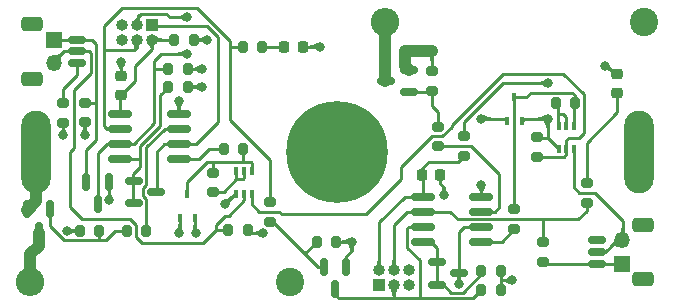
<source format=gbr>
%TF.GenerationSoftware,KiCad,Pcbnew,7.0.6-0*%
%TF.CreationDate,2024-05-28T13:41:10+12:00*%
%TF.ProjectId,BMSladderLeaf,424d536c-6164-4646-9572-4c6561662e6b,rev?*%
%TF.SameCoordinates,Original*%
%TF.FileFunction,Copper,L1,Top*%
%TF.FilePolarity,Positive*%
%FSLAX46Y46*%
G04 Gerber Fmt 4.6, Leading zero omitted, Abs format (unit mm)*
G04 Created by KiCad (PCBNEW 7.0.6-0) date 2024-05-28 13:41:10*
%MOMM*%
%LPD*%
G01*
G04 APERTURE LIST*
G04 Aperture macros list*
%AMRoundRect*
0 Rectangle with rounded corners*
0 $1 Rounding radius*
0 $2 $3 $4 $5 $6 $7 $8 $9 X,Y pos of 4 corners*
0 Add a 4 corners polygon primitive as box body*
4,1,4,$2,$3,$4,$5,$6,$7,$8,$9,$2,$3,0*
0 Add four circle primitives for the rounded corners*
1,1,$1+$1,$2,$3*
1,1,$1+$1,$4,$5*
1,1,$1+$1,$6,$7*
1,1,$1+$1,$8,$9*
0 Add four rect primitives between the rounded corners*
20,1,$1+$1,$2,$3,$4,$5,0*
20,1,$1+$1,$4,$5,$6,$7,0*
20,1,$1+$1,$6,$7,$8,$9,0*
20,1,$1+$1,$8,$9,$2,$3,0*%
G04 Aperture macros list end*
%TA.AperFunction,SMDPad,CuDef*%
%ADD10RoundRect,0.225000X0.250000X-0.225000X0.250000X0.225000X-0.250000X0.225000X-0.250000X-0.225000X0*%
%TD*%
%TA.AperFunction,SMDPad,CuDef*%
%ADD11R,0.450000X0.700000*%
%TD*%
%TA.AperFunction,ComponentPad*%
%ADD12O,2.500000X7.000000*%
%TD*%
%TA.AperFunction,SMDPad,CuDef*%
%ADD13R,0.400000X0.650000*%
%TD*%
%TA.AperFunction,SMDPad,CuDef*%
%ADD14RoundRect,0.150000X-0.150000X0.587500X-0.150000X-0.587500X0.150000X-0.587500X0.150000X0.587500X0*%
%TD*%
%TA.AperFunction,SMDPad,CuDef*%
%ADD15RoundRect,0.200000X-0.200000X-0.275000X0.200000X-0.275000X0.200000X0.275000X-0.200000X0.275000X0*%
%TD*%
%TA.AperFunction,SMDPad,CuDef*%
%ADD16RoundRect,0.200000X0.200000X0.275000X-0.200000X0.275000X-0.200000X-0.275000X0.200000X-0.275000X0*%
%TD*%
%TA.AperFunction,SMDPad,CuDef*%
%ADD17RoundRect,0.200000X-0.275000X0.200000X-0.275000X-0.200000X0.275000X-0.200000X0.275000X0.200000X0*%
%TD*%
%TA.AperFunction,SMDPad,CuDef*%
%ADD18RoundRect,0.150000X-0.825000X-0.150000X0.825000X-0.150000X0.825000X0.150000X-0.825000X0.150000X0*%
%TD*%
%TA.AperFunction,ComponentPad*%
%ADD19R,1.000000X1.000000*%
%TD*%
%TA.AperFunction,ComponentPad*%
%ADD20O,1.000000X1.000000*%
%TD*%
%TA.AperFunction,SMDPad,CuDef*%
%ADD21RoundRect,0.218750X-0.218750X-0.256250X0.218750X-0.256250X0.218750X0.256250X-0.218750X0.256250X0*%
%TD*%
%TA.AperFunction,ComponentPad*%
%ADD22C,2.400000*%
%TD*%
%TA.AperFunction,ComponentPad*%
%ADD23O,2.400000X2.400000*%
%TD*%
%TA.AperFunction,SMDPad,CuDef*%
%ADD24RoundRect,0.150000X-0.625000X0.150000X-0.625000X-0.150000X0.625000X-0.150000X0.625000X0.150000X0*%
%TD*%
%TA.AperFunction,SMDPad,CuDef*%
%ADD25RoundRect,0.250000X-0.650000X0.350000X-0.650000X-0.350000X0.650000X-0.350000X0.650000X0.350000X0*%
%TD*%
%TA.AperFunction,SMDPad,CuDef*%
%ADD26RoundRect,0.200000X0.275000X-0.200000X0.275000X0.200000X-0.275000X0.200000X-0.275000X-0.200000X0*%
%TD*%
%TA.AperFunction,SMDPad,CuDef*%
%ADD27RoundRect,0.150000X-0.587500X-0.150000X0.587500X-0.150000X0.587500X0.150000X-0.587500X0.150000X0*%
%TD*%
%TA.AperFunction,SMDPad,CuDef*%
%ADD28RoundRect,0.225000X-0.225000X-0.250000X0.225000X-0.250000X0.225000X0.250000X-0.225000X0.250000X0*%
%TD*%
%TA.AperFunction,SMDPad,CuDef*%
%ADD29RoundRect,0.150000X0.587500X0.150000X-0.587500X0.150000X-0.587500X-0.150000X0.587500X-0.150000X0*%
%TD*%
%TA.AperFunction,SMDPad,CuDef*%
%ADD30RoundRect,0.150000X0.625000X-0.150000X0.625000X0.150000X-0.625000X0.150000X-0.625000X-0.150000X0*%
%TD*%
%TA.AperFunction,SMDPad,CuDef*%
%ADD31RoundRect,0.250000X0.650000X-0.350000X0.650000X0.350000X-0.650000X0.350000X-0.650000X-0.350000X0*%
%TD*%
%TA.AperFunction,ComponentPad*%
%ADD32C,0.900000*%
%TD*%
%TA.AperFunction,ComponentPad*%
%ADD33C,8.600000*%
%TD*%
%TA.AperFunction,SMDPad,CuDef*%
%ADD34RoundRect,0.218750X0.256250X-0.218750X0.256250X0.218750X-0.256250X0.218750X-0.256250X-0.218750X0*%
%TD*%
%TA.AperFunction,ComponentPad*%
%ADD35R,1.350000X1.350000*%
%TD*%
%TA.AperFunction,ComponentPad*%
%ADD36O,1.350000X1.350000*%
%TD*%
%TA.AperFunction,ViaPad*%
%ADD37C,0.800000*%
%TD*%
%TA.AperFunction,Conductor*%
%ADD38C,0.250000*%
%TD*%
%TA.AperFunction,Conductor*%
%ADD39C,1.000000*%
%TD*%
G04 APERTURE END LIST*
D10*
%TO.P,C1,1*%
%TO.N,/VCC*%
X24200000Y-108175000D03*
%TO.P,C1,2*%
%TO.N,GND*%
X24200000Y-106625000D03*
%TD*%
D11*
%TO.P,D2,1,K*%
%TO.N,GND*%
X29150000Y-118600000D03*
%TO.P,D2,2,A*%
%TO.N,VEE*%
X30450000Y-118600000D03*
%TO.P,D2,3,K*%
%TO.N,Net-(Q1A-E1)*%
X29800000Y-116600000D03*
%TD*%
D12*
%TO.P,H2,1,1*%
%TO.N,GND*%
X17000000Y-113000000D03*
%TD*%
D13*
%TO.P,Q1,1,E1*%
%TO.N,Net-(Q1A-E1)*%
X35250000Y-114650000D03*
%TO.P,Q1,2,B1*%
%TO.N,Net-(Q1A-B1)*%
X34600000Y-114650000D03*
%TO.P,Q1,3,C2*%
X33950000Y-114650000D03*
%TO.P,Q1,4,E2*%
%TO.N,VEE*%
X33950000Y-116550000D03*
%TO.P,Q1,5,B2*%
%TO.N,Net-(J2-Pin_2)*%
X34600000Y-116550000D03*
%TO.P,Q1,6,C1*%
%TO.N,Net-(Q1A-C1)*%
X35250000Y-116550000D03*
%TD*%
D14*
%TO.P,Q2,1,G*%
%TO.N,Net-(Q2-G)*%
X18150000Y-117862500D03*
%TO.P,Q2,2,S*%
%TO.N,GND*%
X16250000Y-117862500D03*
%TO.P,Q2,3,D*%
%TO.N,Net-(Q2-D)*%
X17200000Y-119737500D03*
%TD*%
D15*
%TO.P,R1,1*%
%TO.N,Net-(J2-Pin_2)*%
X33275000Y-119600000D03*
%TO.P,R1,2*%
%TO.N,VEE*%
X34925000Y-119600000D03*
%TD*%
D16*
%TO.P,R2,1*%
%TO.N,VEE*%
X30325000Y-103500000D03*
%TO.P,R2,2*%
%TO.N,/VCC*%
X28675000Y-103500000D03*
%TD*%
D15*
%TO.P,R4,1*%
%TO.N,/2V5*%
X28175000Y-107500000D03*
%TO.P,R4,2*%
%TO.N,VEE*%
X29825000Y-107500000D03*
%TD*%
D17*
%TO.P,R8,1*%
%TO.N,Net-(Q1A-E1)*%
X32000000Y-114775000D03*
%TO.P,R8,2*%
%TO.N,Net-(Q1A-B1)*%
X32000000Y-116425000D03*
%TD*%
D16*
%TO.P,R9,1*%
%TO.N,Net-(Q1A-E1)*%
X34525000Y-112800000D03*
%TO.P,R9,2*%
%TO.N,/~{EN}*%
X32875000Y-112800000D03*
%TD*%
%TO.P,R10,1*%
%TO.N,/BAL*%
X26337500Y-119700000D03*
%TO.P,R10,2*%
%TO.N,Net-(Q2-G)*%
X24687500Y-119700000D03*
%TD*%
%TO.P,R11,1*%
%TO.N,Net-(Q2-G)*%
X22325000Y-119700000D03*
%TO.P,R11,2*%
%TO.N,GND*%
X20675000Y-119700000D03*
%TD*%
D18*
%TO.P,U2,1,VCC*%
%TO.N,/VCC*%
X24125000Y-109795000D03*
%TO.P,U2,2,PA6*%
%TO.N,/TX*%
X24125000Y-111065000D03*
%TO.P,U2,3,PA7*%
%TO.N,/RX*%
X24125000Y-112335000D03*
%TO.P,U2,4,PA1*%
%TO.N,/2V5*%
X24125000Y-113605000D03*
%TO.P,U2,5,PA2*%
%TO.N,/~{EN}*%
X29075000Y-113605000D03*
%TO.P,U2,6,~{RESET}/PA0*%
%TO.N,/FAULT_UPDI*%
X29075000Y-112335000D03*
%TO.P,U2,7,PA3*%
%TO.N,/BAL*%
X29075000Y-111065000D03*
%TO.P,U2,8,GND*%
%TO.N,GND*%
X29075000Y-109795000D03*
%TD*%
D19*
%TO.P,J5,1,Pin_1*%
%TO.N,/FAULT_UPDI*%
X26770000Y-102230000D03*
D20*
%TO.P,J5,2,Pin_2*%
%TO.N,/VCC*%
X26770000Y-103500000D03*
%TO.P,J5,3,Pin_3*%
%TO.N,/RX*%
X25500000Y-102230000D03*
%TO.P,J5,4,Pin_4*%
%TO.N,/TX*%
X25500000Y-103500000D03*
%TO.P,J5,5,Pin_5*%
%TO.N,unconnected-(J5-Pin_5-Pad5)*%
X24230000Y-102230000D03*
%TO.P,J5,6,Pin_6*%
%TO.N,GND*%
X24230000Y-103500000D03*
%TD*%
D12*
%TO.P,H1,1,1*%
%TO.N,+BATT*%
X68000000Y-113000000D03*
%TD*%
D14*
%TO.P,Q3,1,B*%
%TO.N,GND*%
X23150000Y-115562500D03*
%TO.P,Q3,2,E*%
%TO.N,Net-(J2-Pin_1)*%
X21250000Y-115562500D03*
%TO.P,Q3,3,C*%
%TO.N,/RX*%
X22200000Y-117437500D03*
%TD*%
D17*
%TO.P,R12,1*%
%TO.N,Net-(J2-Pin_1)*%
X21100000Y-108862500D03*
%TO.P,R12,2*%
%TO.N,GND*%
X21100000Y-110512500D03*
%TD*%
%TO.P,R6,1*%
%TO.N,/TX*%
X36800000Y-117275000D03*
%TO.P,R6,2*%
%TO.N,Net-(Q6-E)*%
X36800000Y-118925000D03*
%TD*%
D21*
%TO.P,D1,1,K*%
%TO.N,Net-(D1-K)*%
X38012500Y-104100000D03*
%TO.P,D1,2,A*%
%TO.N,VEE*%
X39587500Y-104100000D03*
%TD*%
D16*
%TO.P,R3,1*%
%TO.N,VEE*%
X29825000Y-106000000D03*
%TO.P,R3,2*%
%TO.N,/RX*%
X28175000Y-106000000D03*
%TD*%
D22*
%TO.P,R7,1*%
%TO.N,VEE*%
X38500000Y-124000000D03*
D23*
%TO.P,R7,2*%
%TO.N,Net-(Q2-D)*%
X16500000Y-124000000D03*
%TD*%
D24*
%TO.P,J2,1,Pin_1*%
%TO.N,Net-(J2-Pin_1)*%
X20500000Y-103500000D03*
%TO.P,J2,2,Pin_2*%
%TO.N,Net-(J2-Pin_2)*%
X20500000Y-104500000D03*
%TO.P,J2,3,Pin_3*%
%TO.N,Net-(J2-Pin_3)*%
X20500000Y-105500000D03*
D25*
%TO.P,J2,MP*%
%TO.N,N/C*%
X16625000Y-102200000D03*
X16625000Y-106800000D03*
%TD*%
D26*
%TO.P,R13,1*%
%TO.N,GND*%
X19300000Y-110525000D03*
%TO.P,R13,2*%
%TO.N,Net-(J2-Pin_3)*%
X19300000Y-108875000D03*
%TD*%
D27*
%TO.P,U1,1,K*%
%TO.N,/2V5*%
X25262500Y-115450000D03*
%TO.P,U1,2,REF*%
X25262500Y-117350000D03*
%TO.P,U1,3,A*%
%TO.N,/FAULT_UPDI*%
X27137500Y-116400000D03*
%TD*%
D15*
%TO.P,R5,1*%
%TO.N,/TX*%
X34475000Y-104100000D03*
%TO.P,R5,2*%
%TO.N,Net-(D1-K)*%
X36125000Y-104100000D03*
%TD*%
D28*
%TO.P,C2,1*%
%TO.N,/VCCB*%
X49650000Y-115000000D03*
%TO.P,C2,2*%
%TO.N,VEE*%
X51200000Y-115000000D03*
%TD*%
D18*
%TO.P,U4,1,VCC*%
%TO.N,/VCCB*%
X49725000Y-116795000D03*
%TO.P,U4,2,PA6*%
%TO.N,/TX2*%
X49725000Y-118065000D03*
%TO.P,U4,3,PA7*%
%TO.N,/RX2*%
X49725000Y-119335000D03*
%TO.P,U4,4,PA1*%
%TO.N,/2V5B*%
X49725000Y-120605000D03*
%TO.P,U4,5,PA2*%
%TO.N,/~{EN2}*%
X54675000Y-120605000D03*
%TO.P,U4,6,~{RESET}/PA0*%
%TO.N,/FAULT_UPDI2*%
X54675000Y-119335000D03*
%TO.P,U4,7,PA3*%
%TO.N,/BAL2*%
X54675000Y-118065000D03*
%TO.P,U4,8,GND*%
%TO.N,VEE*%
X54675000Y-116795000D03*
%TD*%
D15*
%TO.P,R16,1*%
%TO.N,/2V5B*%
X54675000Y-123100000D03*
%TO.P,R16,2*%
%TO.N,+BATT*%
X56325000Y-123100000D03*
%TD*%
D22*
%TO.P,R20,1*%
%TO.N,+BATT*%
X68500000Y-102000000D03*
D23*
%TO.P,R20,2*%
%TO.N,Net-(Q5-D)*%
X46500000Y-102000000D03*
%TD*%
D14*
%TO.P,Q6,1,B*%
%TO.N,VEE*%
X43250000Y-122762500D03*
%TO.P,Q6,2,E*%
%TO.N,Net-(Q6-E)*%
X41350000Y-122762500D03*
%TO.P,Q6,3,C*%
%TO.N,/RX2*%
X42300000Y-124637500D03*
%TD*%
D11*
%TO.P,D4,1,K*%
%TO.N,VEE*%
X56850000Y-110400000D03*
%TO.P,D4,2,A*%
%TO.N,+BATT*%
X58150000Y-110400000D03*
%TO.P,D4,3,K*%
%TO.N,Net-(Q4A-E1)*%
X57500000Y-108400000D03*
%TD*%
D13*
%TO.P,Q4,1,E1*%
%TO.N,Net-(Q4A-E1)*%
X62550000Y-110850000D03*
%TO.P,Q4,2,B1*%
%TO.N,Net-(Q4A-B1)*%
X61900000Y-110850000D03*
%TO.P,Q4,3,C2*%
X61250000Y-110850000D03*
%TO.P,Q4,4,E2*%
%TO.N,+BATT*%
X61250000Y-112750000D03*
%TO.P,Q4,5,B2*%
%TO.N,Net-(Q1A-C1)*%
X61900000Y-112750000D03*
%TO.P,Q4,6,C1*%
%TO.N,Net-(J6-Pin_2)*%
X62550000Y-112750000D03*
%TD*%
D26*
%TO.P,R24,1*%
%TO.N,Net-(Q5-G)*%
X50500000Y-107825000D03*
%TO.P,R24,2*%
%TO.N,VEE*%
X50500000Y-106175000D03*
%TD*%
%TO.P,R17,1*%
%TO.N,Net-(Q1A-C1)*%
X59400000Y-113425000D03*
%TO.P,R17,2*%
%TO.N,+BATT*%
X59400000Y-111775000D03*
%TD*%
D16*
%TO.P,R15,1*%
%TO.N,+BATT*%
X56325000Y-124700000D03*
%TO.P,R15,2*%
%TO.N,/RX2*%
X54675000Y-124700000D03*
%TD*%
D29*
%TO.P,Q5,1,G*%
%TO.N,Net-(Q5-G)*%
X48537500Y-107950000D03*
%TO.P,Q5,2,S*%
%TO.N,VEE*%
X48537500Y-106050000D03*
%TO.P,Q5,3,D*%
%TO.N,Net-(Q5-D)*%
X46662500Y-107000000D03*
%TD*%
D17*
%TO.P,R14,1*%
%TO.N,+BATT*%
X53200000Y-111675000D03*
%TO.P,R14,2*%
%TO.N,/VCCB*%
X53200000Y-113325000D03*
%TD*%
D30*
%TO.P,J8,1,Pin_1*%
%TO.N,Net-(J6-Pin_1)*%
X64500000Y-122500000D03*
%TO.P,J8,2,Pin_2*%
%TO.N,Net-(J6-Pin_2)*%
X64500000Y-121500000D03*
%TO.P,J8,3,Pin_3*%
%TO.N,unconnected-(J8-Pin_3-Pad3)*%
X64500000Y-120500000D03*
D31*
%TO.P,J8,MP*%
%TO.N,N/C*%
X68375000Y-123800000D03*
X68375000Y-119200000D03*
%TD*%
D19*
%TO.P,J7,1,Pin_1*%
%TO.N,/FAULT_UPDI2*%
X46025000Y-124325000D03*
D20*
%TO.P,J7,2,Pin_2*%
%TO.N,/VCCB*%
X46025000Y-123055000D03*
%TO.P,J7,3,Pin_3*%
%TO.N,/RX2*%
X47295000Y-124325000D03*
%TO.P,J7,4,Pin_4*%
%TO.N,/TX2*%
X47295000Y-123055000D03*
%TO.P,J7,5,Pin_5*%
%TO.N,unconnected-(J7-Pin_5-Pad5)*%
X48565000Y-124325000D03*
%TO.P,J7,6,Pin_6*%
%TO.N,VEE*%
X48565000Y-123055000D03*
%TD*%
D32*
%TO.P,H4,1,1*%
%TO.N,VEE*%
X39275000Y-113000000D03*
X40219581Y-110719581D03*
X40219581Y-115280419D03*
X42500000Y-109775000D03*
D33*
X42500000Y-113000000D03*
D32*
X42500000Y-116225000D03*
X44780419Y-110719581D03*
X44780419Y-115280419D03*
X45725000Y-113000000D03*
%TD*%
D34*
%TO.P,D3,1,K*%
%TO.N,Net-(D3-K)*%
X66200000Y-107987500D03*
%TO.P,D3,2,A*%
%TO.N,+BATT*%
X66200000Y-106412500D03*
%TD*%
D17*
%TO.P,R22,1*%
%TO.N,Net-(Q4A-E1)*%
X57500000Y-117875000D03*
%TO.P,R22,2*%
%TO.N,/~{EN2}*%
X57500000Y-119525000D03*
%TD*%
D16*
%TO.P,R21,1*%
%TO.N,Net-(Q4A-E1)*%
X62625000Y-108900000D03*
%TO.P,R21,2*%
%TO.N,Net-(Q4A-B1)*%
X60975000Y-108900000D03*
%TD*%
D15*
%TO.P,R25,1*%
%TO.N,Net-(Q6-E)*%
X40775000Y-120600000D03*
%TO.P,R25,2*%
%TO.N,VEE*%
X42425000Y-120600000D03*
%TD*%
D26*
%TO.P,R18,1*%
%TO.N,/TX2*%
X63600000Y-117300000D03*
%TO.P,R18,2*%
%TO.N,Net-(D3-K)*%
X63600000Y-115650000D03*
%TD*%
D27*
%TO.P,U3,1,K*%
%TO.N,/2V5B*%
X50962500Y-122350000D03*
%TO.P,U3,2,REF*%
X50962500Y-124250000D03*
%TO.P,U3,3,A*%
%TO.N,/FAULT_UPDI2*%
X52837500Y-123300000D03*
%TD*%
D17*
%TO.P,R19,1*%
%TO.N,/TX2*%
X59900000Y-120675000D03*
%TO.P,R19,2*%
%TO.N,Net-(J6-Pin_1)*%
X59900000Y-122325000D03*
%TD*%
D26*
%TO.P,R23,1*%
%TO.N,/BAL2*%
X51000000Y-112525000D03*
%TO.P,R23,2*%
%TO.N,Net-(Q5-G)*%
X51000000Y-110875000D03*
%TD*%
D35*
%TO.P,J4,1,Pin_1*%
%TO.N,Net-(J2-Pin_1)*%
X18500000Y-103500000D03*
D36*
%TO.P,J4,2,Pin_2*%
%TO.N,Net-(J2-Pin_2)*%
X18500000Y-105500000D03*
%TD*%
D35*
%TO.P,J6,1,Pin_1*%
%TO.N,Net-(J6-Pin_1)*%
X66600000Y-122500000D03*
D36*
%TO.P,J6,2,Pin_2*%
%TO.N,Net-(J6-Pin_2)*%
X66600000Y-120500000D03*
%TD*%
D37*
%TO.N,GND*%
X19600000Y-119700000D03*
X29100000Y-108700000D03*
X21100000Y-111600000D03*
X29100000Y-119900000D03*
X24200000Y-105400000D03*
X23200004Y-117100000D03*
X19300000Y-111599996D03*
%TO.N,VEE*%
X50500000Y-104500000D03*
X48200014Y-104500000D03*
X41000000Y-104100000D03*
X43700000Y-120600000D03*
X33000000Y-117400000D03*
X54700000Y-110200002D03*
X51500000Y-116700000D03*
X49299996Y-104500000D03*
X36200010Y-119900000D03*
X30500000Y-119900000D03*
X31500000Y-103500000D03*
X31000000Y-106000000D03*
X31000000Y-107500000D03*
X54700000Y-115800000D03*
%TO.N,/RX*%
X29800000Y-101600000D03*
X29800000Y-104700000D03*
%TO.N,/FAULT_UPDI2*%
X52800000Y-124200000D03*
%TO.N,+BATT*%
X57300004Y-123900000D03*
X60300006Y-107200000D03*
X65200000Y-105700000D03*
X60300000Y-110200002D03*
%TD*%
D38*
%TO.N,GND*%
X23200000Y-115612500D02*
X23200000Y-117099996D01*
D39*
X16300000Y-117900000D02*
X17000000Y-117200000D01*
D38*
X29075000Y-109795000D02*
X29075000Y-108725000D01*
X20712500Y-119700000D02*
X19600000Y-119700000D01*
D39*
X16250000Y-117900000D02*
X16300000Y-117900000D01*
D38*
X29150000Y-118600000D02*
X29150000Y-119850000D01*
X29075000Y-108725000D02*
X29100000Y-108700000D01*
X24200000Y-106612500D02*
X24200000Y-105400000D01*
X21100000Y-110475000D02*
X21100000Y-111600000D01*
X19300000Y-110487500D02*
X19300000Y-111599996D01*
X29150000Y-119850000D02*
X29100000Y-119900000D01*
D39*
X17000000Y-117200000D02*
X17000000Y-113000000D01*
D38*
X23200000Y-117099996D02*
X23200004Y-117100000D01*
X23150000Y-115562500D02*
X23200000Y-115612500D01*
%TO.N,/VCC*%
X24125000Y-109795000D02*
X24125000Y-108262500D01*
X25400000Y-105700000D02*
X26770000Y-104330000D01*
X26770000Y-104330000D02*
X26770000Y-103500000D01*
X28712500Y-103500000D02*
X26770000Y-103500000D01*
X24125000Y-108262500D02*
X25400000Y-106987500D01*
X25400000Y-106987500D02*
X25400000Y-105700000D01*
%TO.N,/VCCB*%
X50250000Y-113850000D02*
X49700000Y-114400000D01*
X46030000Y-123050000D02*
X46030000Y-118970000D01*
X53200000Y-113325000D02*
X52675000Y-113850000D01*
X46025000Y-123055000D02*
X46030000Y-123050000D01*
X49725000Y-115075000D02*
X49650000Y-115000000D01*
X46030000Y-118970000D02*
X48205000Y-116795000D01*
X49700000Y-114950000D02*
X49650000Y-115000000D01*
X52675000Y-113850000D02*
X50250000Y-113850000D01*
X48205000Y-116795000D02*
X49725000Y-116795000D01*
X49725000Y-116795000D02*
X49725000Y-115075000D01*
X49700000Y-114400000D02*
X49700000Y-114950000D01*
%TO.N,VEE*%
X30287500Y-103500000D02*
X31500000Y-103500000D01*
D39*
X48200014Y-105712514D02*
X48200014Y-104500000D01*
D38*
X54700000Y-115800000D02*
X54700000Y-116770000D01*
X54700000Y-116770000D02*
X54690000Y-116780000D01*
X51200000Y-115700000D02*
X51500000Y-116000000D01*
X33950000Y-116550000D02*
X33850000Y-116550000D01*
X56650002Y-110200002D02*
X54700000Y-110200002D01*
X51200000Y-115000000D02*
X51200000Y-115700000D01*
X30450000Y-119850000D02*
X30500000Y-119900000D01*
X34887500Y-119600000D02*
X35187500Y-119900000D01*
X35187500Y-119900000D02*
X36200010Y-119900000D01*
X56850000Y-110400000D02*
X56650002Y-110200002D01*
X43250000Y-122762500D02*
X43250000Y-121850000D01*
D39*
X50500000Y-104500000D02*
X49299996Y-104500000D01*
D38*
X33850000Y-116550000D02*
X33000000Y-117400000D01*
X29787500Y-106000000D02*
X31000000Y-106000000D01*
D39*
X48200014Y-104500000D02*
X49299996Y-104500000D01*
D38*
X50500000Y-106175000D02*
X50500000Y-104500000D01*
X30450000Y-118600000D02*
X30450000Y-119850000D01*
X54690000Y-116780000D02*
X54675000Y-116780000D01*
X43250000Y-121850000D02*
X43700000Y-121400000D01*
X42425000Y-120600000D02*
X43700000Y-120600000D01*
X43700000Y-121400000D02*
X43700000Y-120600000D01*
D39*
X48537500Y-106050000D02*
X48200014Y-105712514D01*
D38*
X51500000Y-116000000D02*
X51500000Y-116700000D01*
X31000000Y-107500000D02*
X29787500Y-107500000D01*
X39587500Y-104100000D02*
X41000000Y-104100000D01*
%TO.N,Net-(D1-K)*%
X36125000Y-104100000D02*
X38012500Y-104100000D01*
%TO.N,/RX*%
X25900000Y-101300000D02*
X28000000Y-101300000D01*
X25265000Y-112335000D02*
X27000000Y-110600000D01*
X28300000Y-101600000D02*
X29800000Y-101600000D01*
X27000000Y-106000000D02*
X28212500Y-106000000D01*
X27000000Y-105300000D02*
X27000000Y-106000000D01*
X27600000Y-104700000D02*
X27000000Y-105300000D01*
X25500000Y-102230000D02*
X25500000Y-101700000D01*
X22200000Y-113100000D02*
X22965000Y-112335000D01*
X28000000Y-101300000D02*
X28300000Y-101600000D01*
X29800000Y-104700000D02*
X27600000Y-104700000D01*
X25500000Y-101700000D02*
X25900000Y-101300000D01*
X22965000Y-112335000D02*
X24125000Y-112335000D01*
X22200000Y-117437500D02*
X22200000Y-113100000D01*
X27000000Y-110600000D02*
X27000000Y-106000000D01*
X24125000Y-112335000D02*
X25265000Y-112335000D01*
%TO.N,/TX*%
X24125000Y-111065000D02*
X22965000Y-111065000D01*
X36800000Y-113700000D02*
X36800000Y-117275000D01*
X22750000Y-110850000D02*
X22750000Y-102350000D01*
X22750000Y-102350000D02*
X24250000Y-100850000D01*
X24250000Y-100850000D02*
X30650000Y-100850000D01*
X33400000Y-103600000D02*
X33400000Y-110300000D01*
X22965000Y-111065000D02*
X22750000Y-110850000D01*
X25500000Y-104200000D02*
X25300000Y-104400000D01*
X33400000Y-110300000D02*
X36800000Y-113700000D01*
X30650000Y-100850000D02*
X33400000Y-103600000D01*
X25300000Y-104400000D02*
X22750000Y-104400000D01*
X34475000Y-104100000D02*
X33400000Y-104100000D01*
X25500000Y-103500000D02*
X25500000Y-104200000D01*
%TO.N,Net-(Q1A-E1)*%
X34525000Y-112800000D02*
X34500000Y-112825000D01*
X34500000Y-113900000D02*
X35200000Y-113900000D01*
X34500000Y-112825000D02*
X34500000Y-113900000D01*
X29800000Y-115600000D02*
X31500000Y-113900000D01*
X35250000Y-113950000D02*
X35250000Y-114650000D01*
X32000000Y-113900000D02*
X34500000Y-113900000D01*
X32000000Y-114812500D02*
X32000000Y-113900000D01*
X31500000Y-113900000D02*
X32000000Y-113900000D01*
X29800000Y-116600000D02*
X29800000Y-115600000D01*
X35200000Y-113900000D02*
X35250000Y-113950000D01*
%TO.N,Net-(D3-K)*%
X66200000Y-109636396D02*
X63600000Y-112236396D01*
X66200000Y-107987500D02*
X66200000Y-109636396D01*
X63600000Y-112236396D02*
X63600000Y-115650000D01*
%TO.N,/2V5*%
X25800000Y-113605000D02*
X24125000Y-113605000D01*
X25800000Y-114300000D02*
X25800000Y-113605000D01*
X25800000Y-112500000D02*
X25800000Y-113605000D01*
X25200000Y-114900000D02*
X25800000Y-114300000D01*
X27500000Y-108212500D02*
X27500000Y-110800000D01*
X28212500Y-107500000D02*
X27500000Y-108212500D01*
X27500000Y-110800000D02*
X25800000Y-112500000D01*
X25200000Y-117350000D02*
X25200000Y-114900000D01*
%TO.N,/BAL*%
X26337500Y-117009251D02*
X26337500Y-119662500D01*
X26075000Y-116053249D02*
X26075000Y-116746751D01*
X26075000Y-116746751D02*
X26337500Y-117009251D01*
X29075000Y-111065000D02*
X27871396Y-111065000D01*
X26337500Y-119662500D02*
X26300000Y-119700000D01*
X26337500Y-115790749D02*
X26075000Y-116053249D01*
X27871396Y-111065000D02*
X26337500Y-112598896D01*
X26337500Y-112598896D02*
X26337500Y-115790749D01*
%TO.N,/~{EN}*%
X32875000Y-112800000D02*
X31600000Y-112800000D01*
X31600000Y-112800000D02*
X30795000Y-113605000D01*
X30795000Y-113605000D02*
X29075000Y-113605000D01*
%TO.N,/FAULT_UPDI*%
X32400000Y-110500000D02*
X30565000Y-112335000D01*
X26770000Y-102230000D02*
X26865000Y-102325000D01*
X27200000Y-113000000D02*
X27200000Y-116400000D01*
X31425000Y-102325000D02*
X32400000Y-103300000D01*
X29075000Y-112335000D02*
X27865000Y-112335000D01*
X26865000Y-102325000D02*
X31425000Y-102325000D01*
X27865000Y-112335000D02*
X27200000Y-113000000D01*
X32400000Y-103300000D02*
X32400000Y-110500000D01*
X30565000Y-112335000D02*
X29075000Y-112335000D01*
%TO.N,Net-(Q4A-E1)*%
X58500000Y-108400000D02*
X58900000Y-108000000D01*
X58900000Y-108000000D02*
X62400000Y-108000000D01*
X57500000Y-117875000D02*
X57500000Y-108400000D01*
X62550000Y-109150000D02*
X62625000Y-109075000D01*
X57500000Y-108400000D02*
X58500000Y-108400000D01*
X62625000Y-109075000D02*
X62625000Y-108900000D01*
X62550000Y-110850000D02*
X62550000Y-109150000D01*
X62400000Y-108000000D02*
X62625000Y-108225000D01*
X62625000Y-108225000D02*
X62625000Y-108900000D01*
%TO.N,Net-(J2-Pin_3)*%
X20500000Y-106500000D02*
X19300000Y-107700000D01*
X19300000Y-107700000D02*
X19300000Y-108912500D01*
X20500000Y-105500000D02*
X20500000Y-106500000D01*
%TO.N,Net-(J2-Pin_2)*%
X33000000Y-118400000D02*
X32200000Y-119200000D01*
X26000000Y-120700000D02*
X31100000Y-120700000D01*
X32200000Y-119600000D02*
X33312500Y-119600000D01*
X21500000Y-104500000D02*
X21650000Y-104650000D01*
X20200000Y-107800000D02*
X20200000Y-112700000D01*
X20500000Y-104500000D02*
X21500000Y-104500000D01*
X20500000Y-104500000D02*
X19350000Y-104500000D01*
X24968979Y-118700000D02*
X25487500Y-119218521D01*
X19900000Y-117700000D02*
X20900000Y-118700000D01*
X25487500Y-120187500D02*
X26000000Y-120700000D01*
X20200000Y-112700000D02*
X19900000Y-113000000D01*
X19350000Y-104500000D02*
X18350000Y-105500000D01*
X31100000Y-120700000D02*
X32200000Y-119600000D01*
X20900000Y-118700000D02*
X24968979Y-118700000D01*
X32200000Y-119200000D02*
X32200000Y-119600000D01*
X34600000Y-117100000D02*
X33300000Y-118400000D01*
X34600000Y-116550000D02*
X34600000Y-117100000D01*
X21650000Y-104650000D02*
X21650000Y-106350000D01*
X19900000Y-113000000D02*
X19900000Y-117700000D01*
X21650000Y-106350000D02*
X20200000Y-107800000D01*
X25487500Y-119218521D02*
X25487500Y-120187500D01*
X33300000Y-118400000D02*
X33000000Y-118400000D01*
%TO.N,Net-(J2-Pin_1)*%
X20500000Y-103500000D02*
X18350000Y-103500000D01*
X22100000Y-112000000D02*
X22100000Y-108900000D01*
X21700000Y-103500000D02*
X20500000Y-103500000D01*
X22100000Y-103900000D02*
X21700000Y-103500000D01*
X21250000Y-115562500D02*
X21250000Y-112850000D01*
X22100000Y-108900000D02*
X21100000Y-108900000D01*
X22100000Y-108900000D02*
X22100000Y-103900000D01*
X21250000Y-112850000D02*
X22100000Y-112000000D01*
%TO.N,/FAULT_UPDI2*%
X52800000Y-124200000D02*
X52800000Y-123337500D01*
X53265000Y-119335000D02*
X52837500Y-119762500D01*
X52800000Y-123337500D02*
X52837500Y-123300000D01*
X54675000Y-119335000D02*
X53265000Y-119335000D01*
X52837500Y-119762500D02*
X52837500Y-123300000D01*
%TO.N,/RX2*%
X49500000Y-125400000D02*
X48000000Y-125400000D01*
X54675000Y-124725000D02*
X54000000Y-125400000D01*
X47295000Y-125337894D02*
X47295000Y-124325000D01*
X48425000Y-121125000D02*
X49500000Y-122200000D01*
X42300000Y-125100000D02*
X42300000Y-124637500D01*
X49500000Y-122200000D02*
X49500000Y-125400000D01*
X48425000Y-119475000D02*
X48425000Y-121125000D01*
X48000000Y-125400000D02*
X47357106Y-125400000D01*
X47357106Y-125400000D02*
X47295000Y-125337894D01*
X47357106Y-125400000D02*
X42600000Y-125400000D01*
X54675000Y-124700000D02*
X54675000Y-124725000D01*
X49725000Y-119335000D02*
X48565000Y-119335000D01*
X54000000Y-125400000D02*
X49500000Y-125400000D01*
X42600000Y-125400000D02*
X42300000Y-125100000D01*
X48565000Y-119335000D02*
X48425000Y-119475000D01*
%TO.N,/TX2*%
X59900000Y-120675000D02*
X59900000Y-118700000D01*
X47295000Y-123125000D02*
X47295000Y-119205000D01*
X62900000Y-118700000D02*
X63600000Y-118000000D01*
X63600000Y-118000000D02*
X63600000Y-117300000D01*
X48435000Y-118065000D02*
X49725000Y-118065000D01*
X47295000Y-119205000D02*
X48435000Y-118065000D01*
X52700000Y-118700000D02*
X59900000Y-118700000D01*
X59900000Y-118700000D02*
X62900000Y-118700000D01*
X52065000Y-118065000D02*
X52700000Y-118700000D01*
X49725000Y-118065000D02*
X52065000Y-118065000D01*
%TO.N,Net-(J6-Pin_1)*%
X60075000Y-122500000D02*
X59900000Y-122325000D01*
X64500000Y-122500000D02*
X60075000Y-122500000D01*
X66200000Y-122500000D02*
X64500000Y-122500000D01*
%TO.N,Net-(J6-Pin_2)*%
X62500000Y-112800000D02*
X62500000Y-116000000D01*
X62550000Y-112750000D02*
X62500000Y-112800000D01*
X62500000Y-116000000D02*
X63000000Y-116500000D01*
X66650000Y-118850000D02*
X66650000Y-120050000D01*
X65200000Y-121500000D02*
X64500000Y-121500000D01*
X64300000Y-116500000D02*
X66650000Y-118850000D01*
X66650000Y-120050000D02*
X65200000Y-121500000D01*
X63000000Y-116500000D02*
X64300000Y-116500000D01*
%TO.N,Net-(Q1A-C1)*%
X44900000Y-118300000D02*
X37779962Y-118300000D01*
X37579962Y-118100000D02*
X35900000Y-118100000D01*
X61600000Y-106400000D02*
X56500000Y-106400000D01*
X35900000Y-118100000D02*
X35250000Y-117450000D01*
X61900000Y-112000000D02*
X62100000Y-111800000D01*
X37779962Y-118300000D02*
X37579962Y-118100000D01*
X61675000Y-113425000D02*
X59400000Y-113425000D01*
X47900000Y-115300000D02*
X44900000Y-118300000D01*
X62100000Y-111800000D02*
X63000000Y-111800000D01*
X63000000Y-111800000D02*
X63350000Y-111450000D01*
X63350000Y-111450000D02*
X63350000Y-108150000D01*
X35250000Y-117450000D02*
X35250000Y-116550000D01*
X50500000Y-111700000D02*
X47900000Y-114300000D01*
X61900000Y-112750000D02*
X61900000Y-112000000D01*
X61900000Y-113200000D02*
X61675000Y-113425000D01*
X56500000Y-106400000D02*
X52200000Y-110700000D01*
X52200000Y-110700000D02*
X52200000Y-110900000D01*
X51400000Y-111700000D02*
X50500000Y-111700000D01*
X47900000Y-114300000D02*
X47900000Y-115300000D01*
X63350000Y-108150000D02*
X61600000Y-106400000D01*
X52200000Y-110900000D02*
X51400000Y-111700000D01*
X61900000Y-112750000D02*
X61900000Y-113200000D01*
%TO.N,Net-(Q1A-B1)*%
X34600000Y-114650000D02*
X34600000Y-115200000D01*
X34500000Y-115300000D02*
X34000000Y-115300000D01*
X32912500Y-116387500D02*
X32000000Y-116387500D01*
X34600000Y-115200000D02*
X34500000Y-115300000D01*
X33950000Y-114650000D02*
X33950000Y-115350000D01*
X33950000Y-115350000D02*
X32912500Y-116387500D01*
X34000000Y-115300000D02*
X33950000Y-115350000D01*
D39*
%TO.N,Net-(Q2-D)*%
X16500000Y-124000000D02*
X16500000Y-121700000D01*
X17200000Y-119900000D02*
X17200000Y-121000000D01*
X17200000Y-121000000D02*
X16500000Y-121700000D01*
D38*
%TO.N,Net-(Q2-G)*%
X19374695Y-120500000D02*
X22900000Y-120500000D01*
X22900000Y-120500000D02*
X23700000Y-119700000D01*
X23700000Y-119700000D02*
X24725000Y-119700000D01*
X18150000Y-119275305D02*
X19374695Y-120500000D01*
X22300000Y-120500000D02*
X22300000Y-119712500D01*
X18150000Y-117900000D02*
X18150000Y-119275305D01*
%TO.N,Net-(Q4A-B1)*%
X61200000Y-109800000D02*
X61200000Y-109125000D01*
X61200000Y-109800000D02*
X61200000Y-110800000D01*
X61900000Y-110100000D02*
X61600000Y-109800000D01*
X61900000Y-110850000D02*
X61900000Y-110100000D01*
X61600000Y-109800000D02*
X61200000Y-109800000D01*
X61200000Y-109125000D02*
X60975000Y-108900000D01*
X61200000Y-110800000D02*
X61250000Y-110850000D01*
%TO.N,Net-(Q5-G)*%
X48537500Y-107950000D02*
X50375000Y-107950000D01*
X51000000Y-109600000D02*
X50500000Y-109100000D01*
X50500000Y-109100000D02*
X50500000Y-107825000D01*
X50375000Y-107950000D02*
X50500000Y-107825000D01*
X51000000Y-110875000D02*
X51000000Y-109600000D01*
D39*
%TO.N,Net-(Q5-D)*%
X46500000Y-107000000D02*
X46500000Y-102000000D01*
D38*
%TO.N,Net-(Q6-E)*%
X36800000Y-118925000D02*
X37025000Y-118925000D01*
X40775000Y-120600000D02*
X39775000Y-121600000D01*
X40862500Y-122762500D02*
X41350000Y-122762500D01*
X37025000Y-118925000D02*
X40862500Y-122762500D01*
%TO.N,/2V5B*%
X50400000Y-120600000D02*
X49730000Y-120600000D01*
X53100305Y-124925000D02*
X52125000Y-124925000D01*
X51012500Y-124300000D02*
X50962500Y-124250000D01*
X54675000Y-123350305D02*
X53100305Y-124925000D01*
X52125000Y-124925000D02*
X51500000Y-124300000D01*
X50962500Y-124250000D02*
X50962500Y-122350000D01*
X49730000Y-120600000D02*
X49725000Y-120605000D01*
X54675000Y-123100000D02*
X54675000Y-123350305D01*
X51500000Y-124300000D02*
X51012500Y-124300000D01*
X50962500Y-122350000D02*
X50962500Y-121162500D01*
X50962500Y-121162500D02*
X50400000Y-120600000D01*
%TO.N,/~{EN2}*%
X56420000Y-120605000D02*
X57500000Y-119525000D01*
X54675000Y-120605000D02*
X56420000Y-120605000D01*
%TO.N,/BAL2*%
X56200000Y-117700000D02*
X55835000Y-118065000D01*
X55835000Y-118065000D02*
X54675000Y-118065000D01*
X56200000Y-114900000D02*
X56200000Y-117700000D01*
X53825000Y-112525000D02*
X56200000Y-114900000D01*
X51000000Y-112525000D02*
X53825000Y-112525000D01*
%TO.N,+BATT*%
X65300000Y-105700000D02*
X65200000Y-105700000D01*
X66200000Y-106412500D02*
X66012500Y-106412500D01*
X56325000Y-123900000D02*
X56325000Y-124700000D01*
X61250000Y-112750000D02*
X60300000Y-111800000D01*
X60300000Y-111800000D02*
X60300000Y-110200002D01*
X53200000Y-110500000D02*
X56500000Y-107200000D01*
X56325000Y-123900000D02*
X57300004Y-123900000D01*
X60300000Y-111800000D02*
X59425000Y-111800000D01*
X58349998Y-110200002D02*
X60300000Y-110200002D01*
X53200000Y-111675000D02*
X53200000Y-110500000D01*
X56325000Y-123900000D02*
X56325000Y-123100000D01*
X56500000Y-107200000D02*
X60300006Y-107200000D01*
X58150000Y-110400000D02*
X58349998Y-110200002D01*
X59425000Y-111800000D02*
X59400000Y-111775000D01*
X66012500Y-106412500D02*
X65300000Y-105700000D01*
%TD*%
%TA.AperFunction,Conductor*%
%TO.N,GND*%
G36*
X24207630Y-105405566D02*
G01*
X24491578Y-105649917D01*
X24495613Y-105657911D01*
X24493196Y-105665949D01*
X24436995Y-105738508D01*
X24436993Y-105738512D01*
X24387999Y-105824906D01*
X24387992Y-105824921D01*
X24353000Y-105924916D01*
X24352998Y-105924923D01*
X24331999Y-106047097D01*
X24331999Y-106047100D01*
X24325511Y-106188835D01*
X24321709Y-106196943D01*
X24313823Y-106200000D01*
X24086177Y-106200000D01*
X24077904Y-106196573D01*
X24074489Y-106188835D01*
X24073401Y-106165082D01*
X24068000Y-106047104D01*
X24047001Y-105924925D01*
X24012001Y-105824910D01*
X23963001Y-105738507D01*
X23906802Y-105665948D01*
X23904446Y-105657310D01*
X23908419Y-105649919D01*
X24192369Y-105405566D01*
X24200874Y-105402768D01*
X24207630Y-105405566D01*
G37*
%TD.AperFunction*%
%TD*%
%TA.AperFunction,Conductor*%
%TO.N,GND*%
G36*
X19865950Y-119406803D02*
G01*
X19938509Y-119463002D01*
X19938513Y-119463004D01*
X20024911Y-119512001D01*
X20124925Y-119547001D01*
X20247104Y-119568000D01*
X20388836Y-119574488D01*
X20396943Y-119578290D01*
X20400000Y-119586176D01*
X20400000Y-119813823D01*
X20396573Y-119822096D01*
X20388835Y-119825511D01*
X20247100Y-119831999D01*
X20247097Y-119831999D01*
X20124923Y-119852998D01*
X20124920Y-119852999D01*
X20024918Y-119887994D01*
X20024907Y-119887999D01*
X19938513Y-119936993D01*
X19938509Y-119936995D01*
X19865950Y-119993196D01*
X19857311Y-119995553D01*
X19849918Y-119991578D01*
X19605566Y-119707630D01*
X19602768Y-119699126D01*
X19605566Y-119692369D01*
X19849920Y-119408419D01*
X19857912Y-119404386D01*
X19865950Y-119406803D01*
G37*
%TD.AperFunction*%
%TD*%
%TA.AperFunction,Conductor*%
%TO.N,GND*%
G36*
X19422096Y-110803423D02*
G01*
X19425511Y-110811161D01*
X19431999Y-110952893D01*
X19431999Y-110952896D01*
X19452998Y-111075070D01*
X19453000Y-111075077D01*
X19487992Y-111175072D01*
X19487994Y-111175076D01*
X19487997Y-111175084D01*
X19487999Y-111175087D01*
X19536993Y-111261481D01*
X19536995Y-111261485D01*
X19593196Y-111334045D01*
X19595553Y-111342684D01*
X19591578Y-111350077D01*
X19307631Y-111594428D01*
X19299125Y-111597227D01*
X19292368Y-111594428D01*
X19008420Y-111350076D01*
X19004386Y-111342083D01*
X19006802Y-111334047D01*
X19063001Y-111261487D01*
X19112001Y-111175084D01*
X19147001Y-111075069D01*
X19168000Y-110952890D01*
X19174488Y-110811161D01*
X19178291Y-110803053D01*
X19186177Y-110799996D01*
X19413823Y-110799996D01*
X19422096Y-110803423D01*
G37*
%TD.AperFunction*%
%TD*%
%TA.AperFunction,Conductor*%
%TO.N,VEE*%
G36*
X33485200Y-116753829D02*
G01*
X33646170Y-116914799D01*
X33649597Y-116923072D01*
X33646540Y-116930958D01*
X33550904Y-117035770D01*
X33479362Y-117137010D01*
X33433393Y-117232467D01*
X33433390Y-117232477D01*
X33406942Y-117328224D01*
X33395374Y-117419267D01*
X33390931Y-117427042D01*
X33382892Y-117429459D01*
X33009332Y-117401459D01*
X33001339Y-117397424D01*
X32998540Y-117390666D01*
X32986683Y-117232467D01*
X32970541Y-117017102D01*
X32973340Y-117008598D01*
X32980732Y-117004623D01*
X33071777Y-116993054D01*
X33167522Y-116966607D01*
X33262991Y-116920634D01*
X33364234Y-116849089D01*
X33469041Y-116753458D01*
X33477462Y-116750414D01*
X33485200Y-116753829D01*
G37*
%TD.AperFunction*%
%TD*%
%TA.AperFunction,Conductor*%
%TO.N,GND*%
G36*
X29107393Y-108705861D02*
G01*
X29383435Y-108962045D01*
X29387168Y-108970185D01*
X29384389Y-108978200D01*
X29325654Y-109047273D01*
X29272366Y-109130106D01*
X29232910Y-109226671D01*
X29209233Y-109341504D01*
X29208415Y-109345472D01*
X29203344Y-109435592D01*
X29200621Y-109483984D01*
X29196734Y-109492052D01*
X29188939Y-109495027D01*
X28961273Y-109495027D01*
X28953000Y-109491600D01*
X28949581Y-109483761D01*
X28944295Y-109341504D01*
X28926570Y-109218354D01*
X28895908Y-109116999D01*
X28851395Y-109028861D01*
X28851393Y-109028858D01*
X28851393Y-109028857D01*
X28798508Y-108954370D01*
X28796513Y-108945641D01*
X28800736Y-108938464D01*
X29092124Y-108705301D01*
X29100725Y-108702808D01*
X29107393Y-108705861D01*
G37*
%TD.AperFunction*%
%TD*%
%TA.AperFunction,Conductor*%
%TO.N,/FAULT_UPDI2*%
G36*
X52922096Y-123403427D02*
G01*
X52925511Y-123411165D01*
X52931999Y-123552897D01*
X52931999Y-123552900D01*
X52952998Y-123675074D01*
X52953000Y-123675081D01*
X52987992Y-123775076D01*
X52987994Y-123775080D01*
X52987997Y-123775088D01*
X52987999Y-123775091D01*
X53036993Y-123861485D01*
X53036995Y-123861489D01*
X53093196Y-123934049D01*
X53095553Y-123942688D01*
X53091578Y-123950081D01*
X52807632Y-124194432D01*
X52799126Y-124197231D01*
X52792368Y-124194432D01*
X52508421Y-123950081D01*
X52504386Y-123942087D01*
X52506802Y-123934051D01*
X52563001Y-123861491D01*
X52612001Y-123775088D01*
X52647001Y-123675073D01*
X52668000Y-123552894D01*
X52674488Y-123411165D01*
X52678291Y-123403057D01*
X52686177Y-123400000D01*
X52913823Y-123400000D01*
X52922096Y-123403427D01*
G37*
%TD.AperFunction*%
%TD*%
%TA.AperFunction,Conductor*%
%TO.N,VEE*%
G36*
X35950091Y-119608421D02*
G01*
X36194442Y-119892368D01*
X36197241Y-119900874D01*
X36194442Y-119907632D01*
X35950091Y-120191578D01*
X35942097Y-120195613D01*
X35934059Y-120193196D01*
X35861499Y-120136995D01*
X35861495Y-120136993D01*
X35803899Y-120104330D01*
X35775098Y-120087997D01*
X35775092Y-120087995D01*
X35775086Y-120087992D01*
X35675091Y-120053000D01*
X35675084Y-120052998D01*
X35552909Y-120031999D01*
X35411175Y-120025511D01*
X35403067Y-120021709D01*
X35400010Y-120013823D01*
X35400010Y-119786176D01*
X35403437Y-119777903D01*
X35411172Y-119774488D01*
X35552904Y-119768000D01*
X35675083Y-119747001D01*
X35775098Y-119712001D01*
X35861501Y-119663001D01*
X35934061Y-119606802D01*
X35942698Y-119604446D01*
X35950091Y-119608421D01*
G37*
%TD.AperFunction*%
%TD*%
%TA.AperFunction,Conductor*%
%TO.N,+BATT*%
G36*
X65584413Y-105635561D02*
G01*
X65589042Y-105642321D01*
X65610896Y-105730582D01*
X65610896Y-105730583D01*
X65643697Y-105806603D01*
X65649681Y-105820471D01*
X65706998Y-105909498D01*
X65787072Y-106005759D01*
X65787073Y-106005760D01*
X65886194Y-106109081D01*
X65889448Y-106117424D01*
X65886024Y-106125454D01*
X65725020Y-106286458D01*
X65716747Y-106289885D01*
X65709124Y-106287061D01*
X65667273Y-106251115D01*
X65607076Y-106199411D01*
X65504885Y-106140834D01*
X65504883Y-106140833D01*
X65504881Y-106140832D01*
X65406993Y-106110024D01*
X65406994Y-106110024D01*
X65309624Y-106098610D01*
X65309600Y-106098608D01*
X65220334Y-106098262D01*
X65212074Y-106094803D01*
X65208682Y-106086845D01*
X65204385Y-105909498D01*
X65199537Y-105709368D01*
X65202763Y-105701016D01*
X65209223Y-105697560D01*
X65575674Y-105633607D01*
X65584413Y-105635561D01*
G37*
%TD.AperFunction*%
%TD*%
%TA.AperFunction,Conductor*%
%TO.N,/VCC*%
G36*
X27166597Y-103207215D02*
G01*
X27215555Y-103255863D01*
X27271015Y-103289873D01*
X27294003Y-103303970D01*
X27395410Y-103341646D01*
X27520500Y-103366215D01*
X27658987Y-103374352D01*
X27667044Y-103378258D01*
X27670000Y-103386032D01*
X27670000Y-103613967D01*
X27666573Y-103622240D01*
X27658986Y-103625647D01*
X27520503Y-103633783D01*
X27395404Y-103658353D01*
X27294009Y-103696026D01*
X27294000Y-103696030D01*
X27215555Y-103744135D01*
X27166597Y-103792784D01*
X27158313Y-103796185D01*
X27151220Y-103793762D01*
X26781070Y-103509277D01*
X26776599Y-103501518D01*
X26778923Y-103492870D01*
X26781070Y-103490723D01*
X27151221Y-103206236D01*
X27159868Y-103203913D01*
X27166597Y-103207215D01*
G37*
%TD.AperFunction*%
%TD*%
%TA.AperFunction,Conductor*%
%TO.N,VEE*%
G36*
X54707630Y-115805566D02*
G01*
X54991578Y-116049917D01*
X54995613Y-116057911D01*
X54993196Y-116065949D01*
X54936995Y-116138508D01*
X54936993Y-116138512D01*
X54887999Y-116224906D01*
X54887992Y-116224921D01*
X54853000Y-116324916D01*
X54852998Y-116324923D01*
X54831999Y-116447097D01*
X54831999Y-116447100D01*
X54825511Y-116588835D01*
X54821709Y-116596943D01*
X54813823Y-116600000D01*
X54586177Y-116600000D01*
X54577904Y-116596573D01*
X54574489Y-116588835D01*
X54573401Y-116565082D01*
X54568000Y-116447104D01*
X54547001Y-116324925D01*
X54512001Y-116224910D01*
X54463001Y-116138507D01*
X54406802Y-116065948D01*
X54404446Y-116057310D01*
X54408419Y-116049919D01*
X54692369Y-115805566D01*
X54700874Y-115802768D01*
X54707630Y-115805566D01*
G37*
%TD.AperFunction*%
%TD*%
%TA.AperFunction,Conductor*%
%TO.N,/TX*%
G36*
X25506065Y-103510331D02*
G01*
X25507907Y-103512899D01*
X25727380Y-103927622D01*
X25728221Y-103936538D01*
X25725388Y-103941291D01*
X25676674Y-103990914D01*
X25676671Y-103990918D01*
X25639306Y-104077812D01*
X25600957Y-104186003D01*
X25600715Y-104186585D01*
X25543428Y-104305686D01*
X25542110Y-104307810D01*
X25455106Y-104419371D01*
X25447316Y-104423788D01*
X25438685Y-104421402D01*
X25437607Y-104420449D01*
X25276384Y-104259226D01*
X25272957Y-104250953D01*
X25274387Y-104245348D01*
X25321729Y-104158653D01*
X25309655Y-104063336D01*
X25268271Y-103990918D01*
X25258660Y-103974099D01*
X25258657Y-103974094D01*
X25193424Y-103897937D01*
X25146953Y-103850379D01*
X25143623Y-103842068D01*
X25147145Y-103833835D01*
X25147244Y-103833738D01*
X25489525Y-103509872D01*
X25497889Y-103506676D01*
X25506065Y-103510331D01*
G37*
%TD.AperFunction*%
%TD*%
%TA.AperFunction,Conductor*%
%TO.N,+BATT*%
G36*
X57050085Y-123608421D02*
G01*
X57294436Y-123892368D01*
X57297235Y-123900874D01*
X57294436Y-123907632D01*
X57050085Y-124191578D01*
X57042091Y-124195613D01*
X57034053Y-124193196D01*
X56961493Y-124136995D01*
X56961489Y-124136993D01*
X56903892Y-124104330D01*
X56875092Y-124087997D01*
X56875086Y-124087995D01*
X56875080Y-124087992D01*
X56775085Y-124053000D01*
X56775078Y-124052998D01*
X56652903Y-124031999D01*
X56511169Y-124025511D01*
X56503061Y-124021709D01*
X56500004Y-124013823D01*
X56500004Y-123786176D01*
X56503431Y-123777903D01*
X56511166Y-123774488D01*
X56652898Y-123768000D01*
X56775077Y-123747001D01*
X56875092Y-123712001D01*
X56961495Y-123663001D01*
X57034055Y-123606802D01*
X57042692Y-123604446D01*
X57050085Y-123608421D01*
G37*
%TD.AperFunction*%
%TD*%
%TA.AperFunction,Conductor*%
%TO.N,VEE*%
G36*
X43707630Y-120605566D02*
G01*
X43991578Y-120849917D01*
X43995613Y-120857911D01*
X43993196Y-120865949D01*
X43936995Y-120938508D01*
X43936993Y-120938512D01*
X43887999Y-121024906D01*
X43887992Y-121024921D01*
X43853000Y-121124916D01*
X43852998Y-121124923D01*
X43831999Y-121247097D01*
X43831999Y-121247100D01*
X43825511Y-121388835D01*
X43821709Y-121396943D01*
X43813823Y-121400000D01*
X43586177Y-121400000D01*
X43577904Y-121396573D01*
X43574489Y-121388835D01*
X43573401Y-121365082D01*
X43568000Y-121247104D01*
X43547001Y-121124925D01*
X43512001Y-121024910D01*
X43463001Y-120938507D01*
X43406802Y-120865948D01*
X43404446Y-120857310D01*
X43408419Y-120849919D01*
X43692369Y-120605566D01*
X43700874Y-120602768D01*
X43707630Y-120605566D01*
G37*
%TD.AperFunction*%
%TD*%
%TA.AperFunction,Conductor*%
%TO.N,GND*%
G36*
X21222096Y-110803427D02*
G01*
X21225511Y-110811165D01*
X21231999Y-110952897D01*
X21231999Y-110952900D01*
X21252998Y-111075074D01*
X21253000Y-111075081D01*
X21287992Y-111175076D01*
X21287994Y-111175080D01*
X21287997Y-111175088D01*
X21287999Y-111175091D01*
X21336993Y-111261485D01*
X21336995Y-111261489D01*
X21393196Y-111334049D01*
X21395553Y-111342688D01*
X21391578Y-111350081D01*
X21107631Y-111594432D01*
X21099125Y-111597231D01*
X21092368Y-111594432D01*
X20808420Y-111350080D01*
X20804386Y-111342087D01*
X20806802Y-111334051D01*
X20863001Y-111261491D01*
X20912001Y-111175088D01*
X20947001Y-111075073D01*
X20968000Y-110952894D01*
X20974488Y-110811165D01*
X20978291Y-110803057D01*
X20986177Y-110800000D01*
X21213823Y-110800000D01*
X21222096Y-110803427D01*
G37*
%TD.AperFunction*%
%TD*%
%TA.AperFunction,Conductor*%
%TO.N,VEE*%
G36*
X40750081Y-103808421D02*
G01*
X40994432Y-104092368D01*
X40997231Y-104100874D01*
X40994432Y-104107632D01*
X40750081Y-104391578D01*
X40742087Y-104395613D01*
X40734049Y-104393196D01*
X40661489Y-104336995D01*
X40661485Y-104336993D01*
X40603889Y-104304330D01*
X40575088Y-104287997D01*
X40575082Y-104287995D01*
X40575076Y-104287992D01*
X40475081Y-104253000D01*
X40475074Y-104252998D01*
X40352899Y-104231999D01*
X40211165Y-104225511D01*
X40203057Y-104221709D01*
X40200000Y-104213823D01*
X40200000Y-103986176D01*
X40203427Y-103977903D01*
X40211162Y-103974488D01*
X40352894Y-103968000D01*
X40475073Y-103947001D01*
X40575088Y-103912001D01*
X40661491Y-103863001D01*
X40734051Y-103806802D01*
X40742688Y-103804446D01*
X40750081Y-103808421D01*
G37*
%TD.AperFunction*%
%TD*%
%TA.AperFunction,Conductor*%
%TO.N,VEE*%
G36*
X50507630Y-104505566D02*
G01*
X50791578Y-104749917D01*
X50795613Y-104757911D01*
X50793196Y-104765949D01*
X50736995Y-104838508D01*
X50736993Y-104838512D01*
X50687999Y-104924906D01*
X50687992Y-104924921D01*
X50653000Y-105024916D01*
X50652998Y-105024923D01*
X50631999Y-105147097D01*
X50631999Y-105147100D01*
X50625511Y-105288835D01*
X50621709Y-105296943D01*
X50613823Y-105300000D01*
X50386177Y-105300000D01*
X50377904Y-105296573D01*
X50374489Y-105288835D01*
X50373401Y-105265082D01*
X50368000Y-105147104D01*
X50347001Y-105024925D01*
X50312001Y-104924910D01*
X50263001Y-104838507D01*
X50206802Y-104765948D01*
X50204446Y-104757310D01*
X50208419Y-104749919D01*
X50492369Y-104505566D01*
X50500874Y-104502768D01*
X50507630Y-104505566D01*
G37*
%TD.AperFunction*%
%TD*%
%TA.AperFunction,Conductor*%
%TO.N,GND*%
G36*
X23322096Y-116303428D02*
G01*
X23325511Y-116311166D01*
X23331999Y-116452898D01*
X23331999Y-116452901D01*
X23352998Y-116575074D01*
X23352999Y-116575077D01*
X23387995Y-116675079D01*
X23387998Y-116675087D01*
X23388000Y-116675090D01*
X23436995Y-116761483D01*
X23436997Y-116761488D01*
X23493198Y-116834047D01*
X23495555Y-116842686D01*
X23491580Y-116850079D01*
X23207635Y-117094432D01*
X23199129Y-117097231D01*
X23192372Y-117094432D01*
X22908422Y-116850082D01*
X22904388Y-116842090D01*
X22906804Y-116834053D01*
X22963003Y-116761492D01*
X23012003Y-116675089D01*
X23047001Y-116575074D01*
X23068000Y-116452895D01*
X23074488Y-116311166D01*
X23078291Y-116303058D01*
X23086177Y-116300001D01*
X23313823Y-116300001D01*
X23322096Y-116303428D01*
G37*
%TD.AperFunction*%
%TD*%
%TA.AperFunction,Conductor*%
%TO.N,VEE*%
G36*
X43450081Y-120308421D02*
G01*
X43694432Y-120592368D01*
X43697231Y-120600874D01*
X43694432Y-120607632D01*
X43450081Y-120891578D01*
X43442087Y-120895613D01*
X43434049Y-120893196D01*
X43361489Y-120836995D01*
X43361485Y-120836993D01*
X43303888Y-120804330D01*
X43275088Y-120787997D01*
X43275082Y-120787995D01*
X43275076Y-120787992D01*
X43175081Y-120753000D01*
X43175074Y-120752998D01*
X43052899Y-120731999D01*
X42911165Y-120725511D01*
X42903057Y-120721709D01*
X42900000Y-120713823D01*
X42900000Y-120486176D01*
X42903427Y-120477903D01*
X42911162Y-120474488D01*
X43052894Y-120468000D01*
X43175073Y-120447001D01*
X43275088Y-120412001D01*
X43361491Y-120363001D01*
X43434051Y-120306802D01*
X43442688Y-120304446D01*
X43450081Y-120308421D01*
G37*
%TD.AperFunction*%
%TD*%
%TA.AperFunction,Conductor*%
%TO.N,Net-(J6-Pin_2)*%
G36*
X66585944Y-120503430D02*
G01*
X66589763Y-120511530D01*
X66587802Y-120518592D01*
X66237774Y-121042096D01*
X66230327Y-121047069D01*
X66223085Y-121046188D01*
X66177477Y-121024824D01*
X66092670Y-121004211D01*
X65989615Y-121001426D01*
X65880168Y-121029285D01*
X65880164Y-121029287D01*
X65784187Y-121095108D01*
X65775426Y-121096961D01*
X65769297Y-121093732D01*
X65607740Y-120932175D01*
X65604313Y-120923902D01*
X65607740Y-120915629D01*
X65704049Y-120821006D01*
X65795795Y-120730498D01*
X65795796Y-120730496D01*
X65795804Y-120730489D01*
X65814322Y-120710504D01*
X65868398Y-120652151D01*
X65915622Y-120585812D01*
X65928921Y-120539390D01*
X65934493Y-120532382D01*
X65939608Y-120530927D01*
X66577518Y-120500402D01*
X66585944Y-120503430D01*
G37*
%TD.AperFunction*%
%TD*%
%TA.AperFunction,Conductor*%
%TO.N,VEE*%
G36*
X30572328Y-119113373D02*
G01*
X30575729Y-119120867D01*
X30584753Y-119256056D01*
X30584754Y-119256065D01*
X30612568Y-119371310D01*
X30612571Y-119371318D01*
X30642371Y-119434665D01*
X30656273Y-119464217D01*
X30656276Y-119464221D01*
X30713691Y-119543284D01*
X30774939Y-119608782D01*
X30778086Y-119617165D01*
X30774685Y-119625027D01*
X30507151Y-119893814D01*
X30498886Y-119897260D01*
X30491869Y-119894942D01*
X30193344Y-119672520D01*
X30188757Y-119664829D01*
X30190523Y-119656764D01*
X30240148Y-119580405D01*
X30280106Y-119490660D01*
X30306307Y-119388091D01*
X30320641Y-119264065D01*
X30324678Y-119121313D01*
X30328337Y-119113142D01*
X30336373Y-119109946D01*
X30564055Y-119109946D01*
X30572328Y-119113373D01*
G37*
%TD.AperFunction*%
%TD*%
%TA.AperFunction,Conductor*%
%TO.N,+BATT*%
G36*
X60050081Y-109908423D02*
G01*
X60294432Y-110192370D01*
X60297231Y-110200876D01*
X60294432Y-110207634D01*
X60050081Y-110491580D01*
X60042087Y-110495615D01*
X60034049Y-110493198D01*
X59961489Y-110436997D01*
X59961485Y-110436995D01*
X59903888Y-110404332D01*
X59875088Y-110387999D01*
X59875082Y-110387997D01*
X59875076Y-110387994D01*
X59775081Y-110353002D01*
X59775074Y-110353000D01*
X59652899Y-110332001D01*
X59511165Y-110325513D01*
X59503057Y-110321711D01*
X59500000Y-110313825D01*
X59500000Y-110086178D01*
X59503427Y-110077905D01*
X59511162Y-110074490D01*
X59652894Y-110068002D01*
X59775073Y-110047003D01*
X59875088Y-110012003D01*
X59961491Y-109963003D01*
X60034051Y-109906804D01*
X60042688Y-109904448D01*
X60050081Y-109908423D01*
G37*
%TD.AperFunction*%
%TD*%
%TA.AperFunction,Conductor*%
%TO.N,/VCCB*%
G36*
X46152222Y-122159422D02*
G01*
X46155630Y-122167028D01*
X46163532Y-122305402D01*
X46187482Y-122430492D01*
X46187486Y-122430505D01*
X46224386Y-122532008D01*
X46271769Y-122610638D01*
X46271771Y-122610641D01*
X46320004Y-122659811D01*
X46323351Y-122668117D01*
X46320891Y-122675183D01*
X46034340Y-123043978D01*
X46026558Y-123048408D01*
X46017922Y-123046038D01*
X46015787Y-123043880D01*
X45733378Y-122672376D01*
X45731099Y-122663715D01*
X45734449Y-122656993D01*
X45783371Y-122608465D01*
X45832186Y-122530524D01*
X45870683Y-122429635D01*
X45895932Y-122305043D01*
X45904331Y-122166984D01*
X45908253Y-122158935D01*
X45916009Y-122155995D01*
X46143949Y-122155995D01*
X46152222Y-122159422D01*
G37*
%TD.AperFunction*%
%TD*%
%TA.AperFunction,Conductor*%
%TO.N,/VCC*%
G36*
X26777287Y-103509595D02*
G01*
X26779326Y-103511866D01*
X27033570Y-103882746D01*
X27043503Y-103897235D01*
X27045355Y-103905996D01*
X27043401Y-103910612D01*
X26999683Y-103972340D01*
X26999681Y-103972345D01*
X26976393Y-104074432D01*
X26953564Y-104197825D01*
X26953094Y-104199583D01*
X26906410Y-104332106D01*
X26904858Y-104335072D01*
X26816933Y-104456752D01*
X26809310Y-104461450D01*
X26800597Y-104459382D01*
X26799177Y-104458172D01*
X26638132Y-104297127D01*
X26634705Y-104288854D01*
X26635985Y-104283534D01*
X26682401Y-104192678D01*
X26659927Y-104094891D01*
X26593978Y-104004724D01*
X26513835Y-103929154D01*
X26485934Y-103905996D01*
X26457923Y-103882746D01*
X26453746Y-103874825D01*
X26456392Y-103866270D01*
X26760792Y-103510868D01*
X26768774Y-103506816D01*
X26777287Y-103509595D01*
G37*
%TD.AperFunction*%
%TD*%
%TA.AperFunction,Conductor*%
%TO.N,+BATT*%
G36*
X60307630Y-110205568D02*
G01*
X60591578Y-110449919D01*
X60595613Y-110457913D01*
X60593196Y-110465951D01*
X60536995Y-110538510D01*
X60536993Y-110538514D01*
X60487999Y-110624908D01*
X60487992Y-110624923D01*
X60453000Y-110724918D01*
X60452998Y-110724925D01*
X60431999Y-110847099D01*
X60431999Y-110847102D01*
X60425511Y-110988837D01*
X60421709Y-110996945D01*
X60413823Y-111000002D01*
X60186177Y-111000002D01*
X60177904Y-110996575D01*
X60174489Y-110988837D01*
X60173401Y-110965084D01*
X60168000Y-110847106D01*
X60147001Y-110724927D01*
X60112001Y-110624912D01*
X60063001Y-110538509D01*
X60006802Y-110465950D01*
X60004446Y-110457312D01*
X60008419Y-110449921D01*
X60292369Y-110205568D01*
X60300874Y-110202770D01*
X60307630Y-110205568D01*
G37*
%TD.AperFunction*%
%TD*%
%TA.AperFunction,Conductor*%
%TO.N,/TX2*%
G36*
X47417240Y-122158427D02*
G01*
X47420647Y-122166014D01*
X47428783Y-122304494D01*
X47453353Y-122429593D01*
X47491026Y-122530987D01*
X47491030Y-122530996D01*
X47539134Y-122609441D01*
X47539140Y-122609448D01*
X47587784Y-122658401D01*
X47591185Y-122666685D01*
X47588762Y-122673778D01*
X47304277Y-123043929D01*
X47296518Y-123048400D01*
X47287870Y-123046076D01*
X47285723Y-123043929D01*
X47001237Y-122673778D01*
X46998913Y-122665130D01*
X47002214Y-122658402D01*
X47050862Y-122609444D01*
X47098970Y-122530994D01*
X47136646Y-122429588D01*
X47161215Y-122304498D01*
X47169352Y-122166014D01*
X47173259Y-122157956D01*
X47181033Y-122155000D01*
X47408967Y-122155000D01*
X47417240Y-122158427D01*
G37*
%TD.AperFunction*%
%TD*%
%TA.AperFunction,Conductor*%
%TO.N,Net-(J6-Pin_2)*%
G36*
X66772290Y-119438373D02*
G01*
X66775694Y-119445907D01*
X66784180Y-119579976D01*
X66808639Y-119705590D01*
X66808643Y-119705605D01*
X66843752Y-119807467D01*
X66843754Y-119807470D01*
X66843755Y-119807472D01*
X66884902Y-119881251D01*
X66908364Y-119904038D01*
X66920977Y-119916289D01*
X66924524Y-119924512D01*
X66923007Y-119930446D01*
X66611485Y-120480712D01*
X66604427Y-120486223D01*
X66595539Y-120485130D01*
X66590597Y-120479667D01*
X66348515Y-119930446D01*
X66332326Y-119893719D01*
X66332126Y-119884767D01*
X66336076Y-119879594D01*
X66376316Y-119849845D01*
X66428452Y-119783839D01*
X66476350Y-119690469D01*
X66511402Y-119573061D01*
X66523960Y-119445500D01*
X66528182Y-119437602D01*
X66535605Y-119434946D01*
X66764017Y-119434946D01*
X66772290Y-119438373D01*
G37*
%TD.AperFunction*%
%TD*%
%TA.AperFunction,Conductor*%
%TO.N,VEE*%
G36*
X51524665Y-115850458D02*
G01*
X51525762Y-115851724D01*
X51561750Y-115899902D01*
X51614755Y-115970860D01*
X51616344Y-115973774D01*
X51662401Y-116097285D01*
X51662907Y-116099060D01*
X51666971Y-116119206D01*
X51686407Y-116215566D01*
X51695274Y-116248761D01*
X51714642Y-116321273D01*
X51770075Y-116404315D01*
X51771818Y-116413099D01*
X51768821Y-116418875D01*
X51507649Y-116693409D01*
X51499464Y-116697041D01*
X51492458Y-116694927D01*
X51189028Y-116482332D01*
X51184219Y-116474778D01*
X51186160Y-116466036D01*
X51186803Y-116465201D01*
X51245237Y-116396233D01*
X51322617Y-116309808D01*
X51382878Y-116217023D01*
X51398234Y-116119204D01*
X51345270Y-116025415D01*
X51344187Y-116016528D01*
X51347184Y-116011393D01*
X51508120Y-115850457D01*
X51516392Y-115847031D01*
X51524665Y-115850458D01*
G37*
%TD.AperFunction*%
%TD*%
%TA.AperFunction,Conductor*%
%TO.N,VEE*%
G36*
X31250081Y-103208421D02*
G01*
X31494432Y-103492368D01*
X31497231Y-103500874D01*
X31494432Y-103507632D01*
X31250081Y-103791578D01*
X31242087Y-103795613D01*
X31234049Y-103793196D01*
X31161489Y-103736995D01*
X31161485Y-103736993D01*
X31103888Y-103704330D01*
X31075088Y-103687997D01*
X31075082Y-103687995D01*
X31075076Y-103687992D01*
X30975081Y-103653000D01*
X30975074Y-103652998D01*
X30852899Y-103631999D01*
X30711164Y-103625511D01*
X30703056Y-103621709D01*
X30700000Y-103613825D01*
X30700000Y-103386173D01*
X30703426Y-103377903D01*
X30711161Y-103374488D01*
X30852894Y-103368000D01*
X30975073Y-103347001D01*
X31075088Y-103312001D01*
X31161491Y-103263001D01*
X31234051Y-103206802D01*
X31242688Y-103204446D01*
X31250081Y-103208421D01*
G37*
%TD.AperFunction*%
%TD*%
%TA.AperFunction,Conductor*%
%TO.N,VEE*%
G36*
X54965950Y-109906805D02*
G01*
X55038509Y-109963004D01*
X55038513Y-109963006D01*
X55124911Y-110012003D01*
X55224925Y-110047003D01*
X55347104Y-110068002D01*
X55488836Y-110074490D01*
X55496943Y-110078292D01*
X55500000Y-110086178D01*
X55500000Y-110313825D01*
X55496573Y-110322098D01*
X55488835Y-110325513D01*
X55347100Y-110332001D01*
X55347097Y-110332001D01*
X55224923Y-110353000D01*
X55224920Y-110353001D01*
X55124918Y-110387996D01*
X55124907Y-110388001D01*
X55038513Y-110436995D01*
X55038509Y-110436997D01*
X54965950Y-110493198D01*
X54957311Y-110495555D01*
X54949918Y-110491580D01*
X54705566Y-110207632D01*
X54702768Y-110199128D01*
X54705566Y-110192371D01*
X54949920Y-109908421D01*
X54957912Y-109904388D01*
X54965950Y-109906805D01*
G37*
%TD.AperFunction*%
%TD*%
%TA.AperFunction,Conductor*%
%TO.N,/RX*%
G36*
X29550081Y-104408421D02*
G01*
X29794432Y-104692368D01*
X29797231Y-104700874D01*
X29794432Y-104707632D01*
X29550081Y-104991578D01*
X29542087Y-104995613D01*
X29534049Y-104993196D01*
X29461489Y-104936995D01*
X29461485Y-104936993D01*
X29403889Y-104904330D01*
X29375088Y-104887997D01*
X29375082Y-104887995D01*
X29375076Y-104887992D01*
X29275081Y-104853000D01*
X29275074Y-104852998D01*
X29152899Y-104831999D01*
X29011165Y-104825511D01*
X29003057Y-104821709D01*
X29000000Y-104813823D01*
X29000000Y-104586176D01*
X29003427Y-104577903D01*
X29011162Y-104574488D01*
X29152894Y-104568000D01*
X29275073Y-104547001D01*
X29375088Y-104512001D01*
X29461491Y-104463001D01*
X29534051Y-104406802D01*
X29542688Y-104404446D01*
X29550081Y-104408421D01*
G37*
%TD.AperFunction*%
%TD*%
%TA.AperFunction,Conductor*%
%TO.N,Net-(J2-Pin_2)*%
G36*
X19089734Y-104599291D02*
G01*
X19251267Y-104760824D01*
X19254694Y-104769097D01*
X19252191Y-104776329D01*
X19175318Y-104874093D01*
X19175313Y-104874101D01*
X19124921Y-104982170D01*
X19124918Y-104982178D01*
X19101537Y-105082947D01*
X19101537Y-105082949D01*
X19099288Y-105166952D01*
X19110191Y-105215415D01*
X19108663Y-105224239D01*
X19103579Y-105228652D01*
X18520501Y-105491158D01*
X18511550Y-105491429D01*
X18505029Y-105485292D01*
X18504269Y-105477987D01*
X18639241Y-104861753D01*
X18644359Y-104854406D01*
X18650011Y-104852577D01*
X18699587Y-104849801D01*
X18777837Y-104820513D01*
X18870935Y-104766693D01*
X18973919Y-104689824D01*
X19073578Y-104598918D01*
X19081998Y-104595876D01*
X19089734Y-104599291D01*
G37*
%TD.AperFunction*%
%TD*%
%TA.AperFunction,Conductor*%
%TO.N,/RX2*%
G36*
X47302130Y-124333923D02*
G01*
X47304277Y-124336070D01*
X47588762Y-124706220D01*
X47591086Y-124714868D01*
X47587784Y-124721597D01*
X47539135Y-124770555D01*
X47491030Y-124849000D01*
X47491026Y-124849009D01*
X47453353Y-124950404D01*
X47428783Y-125075503D01*
X47420647Y-125213986D01*
X47416741Y-125222044D01*
X47408967Y-125225000D01*
X47181033Y-125225000D01*
X47172760Y-125221573D01*
X47169353Y-125213986D01*
X47161215Y-125075503D01*
X47161215Y-125075500D01*
X47136646Y-124950410D01*
X47098970Y-124849003D01*
X47050862Y-124770554D01*
X47002214Y-124721596D01*
X46998814Y-124713313D01*
X47001236Y-124706221D01*
X47285723Y-124336069D01*
X47293482Y-124331599D01*
X47302130Y-124333923D01*
G37*
%TD.AperFunction*%
%TD*%
%TA.AperFunction,Conductor*%
%TO.N,GND*%
G36*
X29271899Y-119113373D02*
G01*
X29275321Y-119121315D01*
X29279131Y-119256061D01*
X29279357Y-119264065D01*
X29293692Y-119388092D01*
X29293693Y-119388095D01*
X29293693Y-119388098D01*
X29313137Y-119464214D01*
X29319892Y-119490660D01*
X29359848Y-119580406D01*
X29359849Y-119580406D01*
X29409473Y-119656762D01*
X29411108Y-119665567D01*
X29406653Y-119672520D01*
X29108130Y-119894942D01*
X29099449Y-119897137D01*
X29092848Y-119893814D01*
X28825313Y-119625027D01*
X28821905Y-119616746D01*
X28825058Y-119608783D01*
X28886307Y-119543283D01*
X28943725Y-119464217D01*
X28987428Y-119371314D01*
X29015244Y-119256061D01*
X29024270Y-119120867D01*
X29028241Y-119112840D01*
X29035945Y-119109946D01*
X29263626Y-119109946D01*
X29271899Y-119113373D01*
G37*
%TD.AperFunction*%
%TD*%
%TA.AperFunction,Conductor*%
%TO.N,/RX*%
G36*
X29550081Y-101308421D02*
G01*
X29794432Y-101592368D01*
X29797231Y-101600874D01*
X29794432Y-101607632D01*
X29550081Y-101891578D01*
X29542087Y-101895613D01*
X29534049Y-101893196D01*
X29461489Y-101836995D01*
X29461485Y-101836993D01*
X29403889Y-101804330D01*
X29375088Y-101787997D01*
X29375082Y-101787995D01*
X29375076Y-101787992D01*
X29275081Y-101753000D01*
X29275074Y-101752998D01*
X29152899Y-101731999D01*
X29011165Y-101725511D01*
X29003057Y-101721709D01*
X29000000Y-101713823D01*
X29000000Y-101486176D01*
X29003427Y-101477903D01*
X29011162Y-101474488D01*
X29152894Y-101468000D01*
X29275073Y-101447001D01*
X29375088Y-101412001D01*
X29461491Y-101363001D01*
X29534051Y-101306802D01*
X29542688Y-101304446D01*
X29550081Y-101308421D01*
G37*
%TD.AperFunction*%
%TD*%
%TA.AperFunction,Conductor*%
%TO.N,VEE*%
G36*
X30750081Y-107208421D02*
G01*
X30994432Y-107492368D01*
X30997231Y-107500874D01*
X30994432Y-107507632D01*
X30750081Y-107791578D01*
X30742087Y-107795613D01*
X30734049Y-107793196D01*
X30661489Y-107736995D01*
X30661485Y-107736993D01*
X30603889Y-107704330D01*
X30575088Y-107687997D01*
X30575082Y-107687995D01*
X30575076Y-107687992D01*
X30475081Y-107653000D01*
X30475074Y-107652998D01*
X30352899Y-107631999D01*
X30211164Y-107625511D01*
X30203056Y-107621709D01*
X30200000Y-107613825D01*
X30200000Y-107386173D01*
X30203426Y-107377903D01*
X30211161Y-107374488D01*
X30352894Y-107368000D01*
X30475073Y-107347001D01*
X30575088Y-107312001D01*
X30661491Y-107263001D01*
X30734051Y-107206802D01*
X30742688Y-107204446D01*
X30750081Y-107208421D01*
G37*
%TD.AperFunction*%
%TD*%
%TA.AperFunction,Conductor*%
%TO.N,VEE*%
G36*
X30750081Y-105708421D02*
G01*
X30994432Y-105992368D01*
X30997231Y-106000874D01*
X30994432Y-106007632D01*
X30750081Y-106291578D01*
X30742087Y-106295613D01*
X30734049Y-106293196D01*
X30661489Y-106236995D01*
X30661485Y-106236993D01*
X30603889Y-106204330D01*
X30575088Y-106187997D01*
X30575082Y-106187995D01*
X30575076Y-106187992D01*
X30475081Y-106153000D01*
X30475074Y-106152998D01*
X30352899Y-106131999D01*
X30211164Y-106125511D01*
X30203056Y-106121709D01*
X30200000Y-106113825D01*
X30200000Y-105886173D01*
X30203426Y-105877903D01*
X30211161Y-105874488D01*
X30352894Y-105868000D01*
X30475073Y-105847001D01*
X30575088Y-105812001D01*
X30661491Y-105763001D01*
X30734051Y-105706802D01*
X30742688Y-105704446D01*
X30750081Y-105708421D01*
G37*
%TD.AperFunction*%
%TD*%
%TA.AperFunction,Conductor*%
%TO.N,+BATT*%
G36*
X60050087Y-106908421D02*
G01*
X60294438Y-107192368D01*
X60297237Y-107200874D01*
X60294438Y-107207632D01*
X60050087Y-107491578D01*
X60042093Y-107495613D01*
X60034055Y-107493196D01*
X59961495Y-107436995D01*
X59961491Y-107436993D01*
X59903894Y-107404330D01*
X59875094Y-107387997D01*
X59875088Y-107387995D01*
X59875082Y-107387992D01*
X59775087Y-107353000D01*
X59775080Y-107352998D01*
X59652905Y-107331999D01*
X59511171Y-107325511D01*
X59503063Y-107321709D01*
X59500006Y-107313823D01*
X59500006Y-107086176D01*
X59503433Y-107077903D01*
X59511168Y-107074488D01*
X59652900Y-107068000D01*
X59775079Y-107047001D01*
X59875094Y-107012001D01*
X59961497Y-106963001D01*
X60034057Y-106906802D01*
X60042694Y-106904446D01*
X60050087Y-106908421D01*
G37*
%TD.AperFunction*%
%TD*%
%TA.AperFunction,Conductor*%
%TO.N,/RX*%
G36*
X25681515Y-101358302D02*
G01*
X25682149Y-101358891D01*
X25843511Y-101520253D01*
X25846938Y-101528526D01*
X25845228Y-101534615D01*
X25791847Y-101622193D01*
X25787857Y-101720127D01*
X25818593Y-101813219D01*
X25818594Y-101813220D01*
X25864595Y-101894138D01*
X25899802Y-101945847D01*
X25901626Y-101954613D01*
X25896716Y-101962102D01*
X25896683Y-101962125D01*
X25511949Y-102222152D01*
X25503175Y-102223945D01*
X25495703Y-102219010D01*
X25494333Y-102216261D01*
X25341366Y-101770735D01*
X25341921Y-101761799D01*
X25346010Y-101757158D01*
X25399734Y-101721922D01*
X25452289Y-101653832D01*
X25507667Y-101564634D01*
X25577273Y-101461365D01*
X25577666Y-101460850D01*
X25665016Y-101359523D01*
X25673012Y-101355496D01*
X25681515Y-101358302D01*
G37*
%TD.AperFunction*%
%TD*%
M02*

</source>
